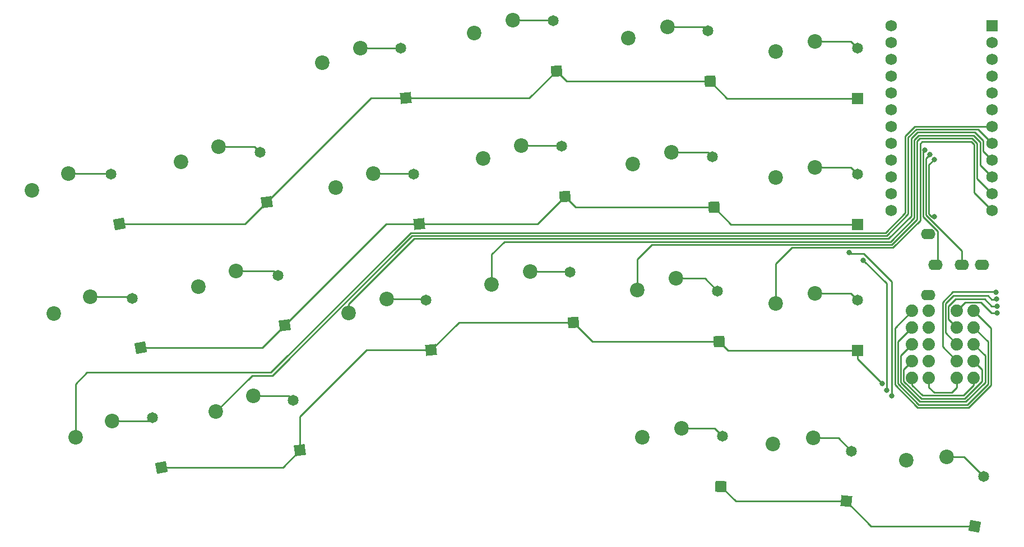
<source format=gtl>
%TF.GenerationSoftware,KiCad,Pcbnew,(6.0.0-0)*%
%TF.CreationDate,2022-01-05T19:55:06+07:00*%
%TF.ProjectId,kibod-01,6b69626f-642d-4303-912e-6b696361645f,rev?*%
%TF.SameCoordinates,Original*%
%TF.FileFunction,Copper,L1,Top*%
%TF.FilePolarity,Positive*%
%FSLAX46Y46*%
G04 Gerber Fmt 4.6, Leading zero omitted, Abs format (unit mm)*
G04 Created by KiCad (PCBNEW (6.0.0-0)) date 2022-01-05 19:55:06*
%MOMM*%
%LPD*%
G01*
G04 APERTURE LIST*
G04 Aperture macros list*
%AMRotRect*
0 Rectangle, with rotation*
0 The origin of the aperture is its center*
0 $1 length*
0 $2 width*
0 $3 Rotation angle, in degrees counterclockwise*
0 Add horizontal line*
21,1,$1,$2,0,0,$3*%
G04 Aperture macros list end*
%TA.AperFunction,ComponentPad*%
%ADD10RotRect,1.651000X1.651000X10.000000*%
%TD*%
%TA.AperFunction,ComponentPad*%
%ADD11C,1.651000*%
%TD*%
%TA.AperFunction,ComponentPad*%
%ADD12RotRect,1.651000X1.651000X8.000000*%
%TD*%
%TA.AperFunction,ComponentPad*%
%ADD13RotRect,1.651000X1.651000X6.000000*%
%TD*%
%TA.AperFunction,ComponentPad*%
%ADD14RotRect,1.651000X1.651000X4.000000*%
%TD*%
%TA.AperFunction,ComponentPad*%
%ADD15RotRect,1.651000X1.651000X2.000000*%
%TD*%
%TA.AperFunction,ComponentPad*%
%ADD16R,1.651000X1.651000*%
%TD*%
%TA.AperFunction,ComponentPad*%
%ADD17RotRect,1.651000X1.651000X358.000000*%
%TD*%
%TA.AperFunction,ComponentPad*%
%ADD18RotRect,1.651000X1.651000X354.000000*%
%TD*%
%TA.AperFunction,ComponentPad*%
%ADD19RotRect,1.651000X1.651000X350.000000*%
%TD*%
%TA.AperFunction,ComponentPad*%
%ADD20C,2.200000*%
%TD*%
%TA.AperFunction,ComponentPad*%
%ADD21C,1.879600*%
%TD*%
%TA.AperFunction,ComponentPad*%
%ADD22O,2.200000X1.600000*%
%TD*%
%TA.AperFunction,ComponentPad*%
%ADD23R,1.752600X1.752600*%
%TD*%
%TA.AperFunction,ComponentPad*%
%ADD24C,1.752600*%
%TD*%
%TA.AperFunction,ViaPad*%
%ADD25C,0.800000*%
%TD*%
%TA.AperFunction,Conductor*%
%ADD26C,0.250000*%
%TD*%
G04 APERTURE END LIST*
D10*
%TO.P,D-0-0,1*%
%TO.N,RL0*%
X34291111Y-52388457D03*
D11*
%TO.P,D-0-0,2*%
%TO.N,Net-(D-0-0-Pad2)*%
X32967911Y-44884221D03*
%TD*%
D12*
%TO.P,D-0-1,1*%
%TO.N,RL0*%
X56559761Y-49061067D03*
D11*
%TO.P,D-0-1,2*%
%TO.N,Net-(D-0-1-Pad2)*%
X55499261Y-41515225D03*
%TD*%
D13*
%TO.P,D-0-2,1*%
%TO.N,RL0*%
X77557764Y-33375467D03*
D11*
%TO.P,D-0-2,2*%
%TO.N,Net-(D-0-2-Pad2)*%
X76761258Y-25797211D03*
%TD*%
D14*
%TO.P,D-0-3,1*%
%TO.N,RL0*%
X100285283Y-29251659D03*
D11*
%TO.P,D-0-3,2*%
%TO.N,Net-(D-0-3-Pad2)*%
X99753739Y-21650221D03*
%TD*%
D15*
%TO.P,D-0-4,1*%
%TO.N,RL0*%
X123462478Y-30800167D03*
D11*
%TO.P,D-0-4,2*%
%TO.N,Net-(D-0-4-Pad2)*%
X123196544Y-23184809D03*
%TD*%
D16*
%TO.P,D-0-5,1*%
%TO.N,RL0*%
X145739511Y-33396339D03*
D11*
%TO.P,D-0-5,2*%
%TO.N,Net-(D-0-5-Pad2)*%
X145739511Y-25776339D03*
%TD*%
D10*
%TO.P,D-1-0,1*%
%TO.N,RL1*%
X37491111Y-71136787D03*
D11*
%TO.P,D-1-0,2*%
%TO.N,Net-(D-1-0-Pad2)*%
X36167911Y-63632551D03*
%TD*%
D12*
%TO.P,D-1-1,1*%
%TO.N,RL1*%
X59259761Y-67748925D03*
D11*
%TO.P,D-1-1,2*%
%TO.N,Net-(D-1-1-Pad2)*%
X58199261Y-60203083D03*
%TD*%
D13*
%TO.P,D-1-2,1*%
%TO.N,RL1*%
X79527764Y-52425467D03*
D11*
%TO.P,D-1-2,2*%
%TO.N,Net-(D-1-2-Pad2)*%
X78731258Y-44847211D03*
%TD*%
D14*
%TO.P,D-1-3,1*%
%TO.N,RL1*%
X101555283Y-48255254D03*
D11*
%TO.P,D-1-3,2*%
%TO.N,Net-(D-1-3-Pad2)*%
X101023739Y-40653816D03*
%TD*%
D15*
%TO.P,D-1-4,1*%
%TO.N,RL1*%
X124062478Y-49838563D03*
D11*
%TO.P,D-1-4,2*%
%TO.N,Net-(D-1-4-Pad2)*%
X123796544Y-42223205D03*
%TD*%
D16*
%TO.P,D-1-5,1*%
%TO.N,RL1*%
X145739511Y-52446339D03*
D11*
%TO.P,D-1-5,2*%
%TO.N,Net-(D-1-5-Pad2)*%
X145739511Y-44826339D03*
%TD*%
D10*
%TO.P,D-2-0,1*%
%TO.N,RL2*%
X40591111Y-89218457D03*
D11*
%TO.P,D-2-0,2*%
%TO.N,Net-(D-2-0-Pad2)*%
X39267911Y-81714221D03*
%TD*%
D12*
%TO.P,D-2-1,1*%
%TO.N,RL2*%
X61559761Y-86613532D03*
D11*
%TO.P,D-2-1,2*%
%TO.N,Net-(D-2-1-Pad2)*%
X60499261Y-79067690D03*
%TD*%
D13*
%TO.P,D-2-2,1*%
%TO.N,RL2*%
X81367764Y-71475467D03*
D11*
%TO.P,D-2-2,2*%
%TO.N,Net-(D-2-2-Pad2)*%
X80571258Y-63897211D03*
%TD*%
D14*
%TO.P,D-2-3,1*%
%TO.N,RL2*%
X102825283Y-67258849D03*
D11*
%TO.P,D-2-3,2*%
%TO.N,Net-(D-2-3-Pad2)*%
X102293739Y-59657411D03*
%TD*%
D15*
%TO.P,D-2-4,1*%
%TO.N,RL2*%
X124862478Y-70146184D03*
D11*
%TO.P,D-2-4,2*%
%TO.N,Net-(D-2-4-Pad2)*%
X124596544Y-62530826D03*
%TD*%
D16*
%TO.P,D-2-5,1*%
%TO.N,RL2*%
X145739511Y-71496339D03*
D11*
%TO.P,D-2-5,2*%
%TO.N,Net-(D-2-5-Pad2)*%
X145739511Y-63876339D03*
%TD*%
D17*
%TO.P,D-3-3,1*%
%TO.N,RL3*%
X125096544Y-92079952D03*
D11*
%TO.P,D-3-3,2*%
%TO.N,Net-(D-3-3-Pad2)*%
X125362478Y-84464594D03*
%TD*%
D18*
%TO.P,D-3-4,1*%
%TO.N,RL3*%
X144031258Y-94335467D03*
D11*
%TO.P,D-3-4,2*%
%TO.N,Net-(D-3-4-Pad2)*%
X144827764Y-86757211D03*
%TD*%
D19*
%TO.P,D-3-5,1*%
%TO.N,RL3*%
X163467911Y-98108457D03*
D11*
%TO.P,D-3-5,2*%
%TO.N,Net-(D-3-5-Pad2)*%
X164791111Y-90604221D03*
%TD*%
D20*
%TO.P,K-0-0,2*%
%TO.N,Net-(D-0-0-Pad2)*%
X26580745Y-44751516D03*
%TO.P,K-0-0,1*%
%TO.N,CL0*%
X21009704Y-47277290D03*
%TD*%
%TO.P,K-0-1,2*%
%TO.N,Net-(D-0-1-Pad2)*%
X49203280Y-40683410D03*
%TO.P,K-0-1,1*%
%TO.N,CL1*%
X43547485Y-43013218D03*
%TD*%
%TO.P,K-0-2,2*%
%TO.N,Net-(D-0-2-Pad2)*%
X70640535Y-25837542D03*
%TO.P,K-0-2,1*%
%TO.N,CL2*%
X64906876Y-27968547D03*
%TD*%
%TO.P,K-0-3,2*%
%TO.N,Net-(D-0-3-Pad2)*%
X93654237Y-21563673D03*
%TO.P,K-0-3,1*%
%TO.N,CL3*%
X87849700Y-23493277D03*
%TD*%
%TO.P,K-0-4,2*%
%TO.N,Net-(D-0-4-Pad2)*%
X117024337Y-22558607D03*
%TO.P,K-0-4,1*%
%TO.N,CL4*%
X111155994Y-24284461D03*
%TD*%
%TO.P,K-0-5,2*%
%TO.N,Net-(D-0-5-Pad2)*%
X139369511Y-24796339D03*
%TO.P,K-0-5,1*%
%TO.N,CL5*%
X133444511Y-26316339D03*
%TD*%
%TO.P,K-1-0,2*%
%TO.N,Net-(D-1-0-Pad2)*%
X29888742Y-63400747D03*
%TO.P,K-1-0,1*%
%TO.N,CL0*%
X24317701Y-65926521D03*
%TD*%
%TO.P,K-1-1,2*%
%TO.N,Net-(D-1-1-Pad2)*%
X51854525Y-59548016D03*
%TO.P,K-1-1,1*%
%TO.N,CL1*%
X46198730Y-61877824D03*
%TD*%
%TO.P,K-1-2,2*%
%TO.N,Net-(D-1-2-Pad2)*%
X72631800Y-44783185D03*
%TO.P,K-1-2,1*%
%TO.N,CL2*%
X66898141Y-46914190D03*
%TD*%
%TO.P,K-1-3,2*%
%TO.N,Net-(D-1-3-Pad2)*%
X94983097Y-40567267D03*
%TO.P,K-1-3,1*%
%TO.N,CL3*%
X89178560Y-42496871D03*
%TD*%
%TO.P,K-1-4,2*%
%TO.N,Net-(D-1-4-Pad2)*%
X117689172Y-41597002D03*
%TO.P,K-1-4,1*%
%TO.N,CL4*%
X111820829Y-43322856D03*
%TD*%
%TO.P,K-1-5,2*%
%TO.N,Net-(D-1-5-Pad2)*%
X139369511Y-43846339D03*
%TO.P,K-1-5,1*%
%TO.N,CL5*%
X133444511Y-45366339D03*
%TD*%
%TO.P,K-2-0,2*%
%TO.N,Net-(D-2-0-Pad2)*%
X33196740Y-82161335D03*
%TO.P,K-2-0,1*%
%TO.N,CL0*%
X27625699Y-84687109D03*
%TD*%
%TO.P,K-2-1,2*%
%TO.N,Net-(D-2-1-Pad2)*%
X54505775Y-78412623D03*
%TO.P,K-2-1,1*%
%TO.N,CL1*%
X48849980Y-80742431D03*
%TD*%
%TO.P,K-2-2,2*%
%TO.N,Net-(D-2-2-Pad2)*%
X74623068Y-63728825D03*
%TO.P,K-2-2,1*%
%TO.N,CL2*%
X68889409Y-65859830D03*
%TD*%
%TO.P,K-2-3,2*%
%TO.N,Net-(D-2-3-Pad2)*%
X96311958Y-59570863D03*
%TO.P,K-2-3,1*%
%TO.N,CL3*%
X90507421Y-61500467D03*
%TD*%
%TO.P,K-2-4,2*%
%TO.N,Net-(D-2-4-Pad2)*%
X118354007Y-60635397D03*
%TO.P,K-2-4,1*%
%TO.N,CL4*%
X112485664Y-62361251D03*
%TD*%
%TO.P,K-2-5,2*%
%TO.N,Net-(D-2-5-Pad2)*%
X139369511Y-62896339D03*
%TO.P,K-2-5,1*%
%TO.N,CL5*%
X133444511Y-64416339D03*
%TD*%
%TO.P,K-3-3,2*%
%TO.N,Net-(D-3-3-Pad2)*%
X119215917Y-83307204D03*
%TO.P,K-3-3,1*%
%TO.N,CL3*%
X113241480Y-84619498D03*
%TD*%
%TO.P,K-3-4,2*%
%TO.N,Net-(D-3-4-Pad2)*%
X139063681Y-84775991D03*
%TO.P,K-3-4,1*%
%TO.N,CL4*%
X133012255Y-85668333D03*
%TD*%
%TO.P,K-3-5,2*%
%TO.N,Net-(D-3-5-Pad2)*%
X159213001Y-87624106D03*
%TO.P,K-3-5,1*%
%TO.N,CL5*%
X153114070Y-88092149D03*
%TD*%
D21*
%TO.P,J1,1,Pin_1*%
%TO.N,CL5*%
X154019911Y-65488570D03*
%TO.P,J1,2,Pin_2*%
%TO.N,RC3*%
X156559911Y-65488570D03*
%TO.P,J1,3,Pin_3*%
%TO.N,CL4*%
X154019911Y-68028570D03*
%TO.P,J1,4,Pin_4*%
%TO.N,RC2*%
X156559911Y-68028570D03*
%TO.P,J1,5,Pin_5*%
%TO.N,CL3*%
X154019911Y-70568570D03*
%TO.P,J1,6,Pin_6*%
%TO.N,RC1*%
X156559911Y-70568570D03*
%TO.P,J1,7,Pin_7*%
%TO.N,CL2*%
X154019911Y-73108570D03*
%TO.P,J1,8,Pin_8*%
%TO.N,RC0*%
X156559911Y-73108570D03*
%TO.P,J1,9,Pin_9*%
%TO.N,CL1*%
X154019911Y-75648570D03*
%TO.P,J1,10,Pin_10*%
%TO.N,CL0*%
X156559911Y-75648570D03*
%TD*%
D22*
%TO.P,U2,4,RING2*%
%TO.N,unconnected-(U2-Pad4)*%
X164525111Y-58542339D03*
%TO.P,U2,3,RING1*%
%TO.N,GND*%
X161525111Y-58542339D03*
%TO.P,U2,2,TIP*%
%TO.N,VCC*%
X157525111Y-58542339D03*
%TO.P,U2,1,SLEEVE*%
%TO.N,SDA*%
X156425111Y-63142339D03*
X156425111Y-53942339D03*
%TD*%
D23*
%TO.P,U1,1,TX*%
%TO.N,unconnected-(U1-Pad1)*%
X166059511Y-22386339D03*
D24*
%TO.P,U1,2,RX*%
%TO.N,unconnected-(U1-Pad2)*%
X166059511Y-24926339D03*
%TO.P,U1,3,GND*%
%TO.N,GND*%
X166059511Y-27466339D03*
%TO.P,U1,4,GND*%
X166059511Y-30006339D03*
%TO.P,U1,5,SDA*%
%TO.N,SDA*%
X166059511Y-32546339D03*
%TO.P,U1,6,SCL*%
%TO.N,unconnected-(U1-Pad6)*%
X166059511Y-35086339D03*
%TO.P,U1,7,D4*%
%TO.N,CL0*%
X166059511Y-37626339D03*
%TO.P,U1,8,C6*%
%TO.N,CL1*%
X166059511Y-40166339D03*
%TO.P,U1,9,D7*%
%TO.N,CL2*%
X166059511Y-42706339D03*
%TO.P,U1,10,E6*%
%TO.N,CL3*%
X166059511Y-45246339D03*
%TO.P,U1,11,B4*%
%TO.N,CL4*%
X166059511Y-47786339D03*
%TO.P,U1,12,B5*%
%TO.N,CL5*%
X166059511Y-50326339D03*
%TO.P,U1,13,B6*%
%TO.N,RC3*%
X150819511Y-50326339D03*
%TO.P,U1,14,B2*%
%TO.N,RC2*%
X150819511Y-47786339D03*
%TO.P,U1,15,B3*%
%TO.N,RC1*%
X150819511Y-45246339D03*
%TO.P,U1,16,B1*%
%TO.N,RC0*%
X150819511Y-42706339D03*
%TO.P,U1,17,F7*%
%TO.N,RL3*%
X150819511Y-40166339D03*
%TO.P,U1,18,F6*%
%TO.N,RL2*%
X150819511Y-37626339D03*
%TO.P,U1,19,F5*%
%TO.N,RL1*%
X150819511Y-35086339D03*
%TO.P,U1,20,F4*%
%TO.N,RL0*%
X150819511Y-32546339D03*
%TO.P,U1,21,VCC*%
%TO.N,VCC*%
X150819511Y-30006339D03*
%TO.P,U1,22,RST*%
%TO.N,unconnected-(U1-Pad22)*%
X150819511Y-27466339D03*
%TO.P,U1,23,GND*%
%TO.N,GND*%
X150819511Y-24926339D03*
%TO.P,U1,24,RAW*%
%TO.N,unconnected-(U1-Pad24)*%
X150819511Y-22386339D03*
%TD*%
D21*
%TO.P,J2,1,Pin_1*%
%TO.N,CL5*%
X163316311Y-65488570D03*
%TO.P,J2,2,Pin_2*%
%TO.N,RL3*%
X160776311Y-65488570D03*
%TO.P,J2,3,Pin_3*%
%TO.N,CL4*%
X163316311Y-68028570D03*
%TO.P,J2,4,Pin_4*%
%TO.N,RL2*%
X160776311Y-68028570D03*
%TO.P,J2,5,Pin_5*%
%TO.N,CL3*%
X163316311Y-70568570D03*
%TO.P,J2,6,Pin_6*%
%TO.N,RL1*%
X160776311Y-70568570D03*
%TO.P,J2,7,Pin_7*%
%TO.N,CL2*%
X163316311Y-73108570D03*
%TO.P,J2,8,Pin_8*%
%TO.N,RL0*%
X160776311Y-73108570D03*
%TO.P,J2,9,Pin_9*%
%TO.N,CL1*%
X163316311Y-75648570D03*
%TO.P,J2,10,Pin_10*%
%TO.N,CL0*%
X160776311Y-75648570D03*
%TD*%
D25*
%TO.N,RL0*%
X166719911Y-62758739D03*
X150900324Y-78405139D03*
X144469511Y-56713539D03*
%TO.N,GND*%
X156645967Y-41937393D03*
%TO.N,SDA*%
X157365174Y-51283091D03*
X157352722Y-42644148D03*
%TO.N,VCC*%
X155939212Y-41230638D03*
%TO.N,RL1*%
X150175824Y-77541539D03*
X166770711Y-63774739D03*
X146653911Y-57881939D03*
%TO.N,RL2*%
X149451324Y-76522126D03*
X166821511Y-64841539D03*
%TO.N,RL3*%
X166872311Y-65857539D03*
%TD*%
D26*
%TO.N,Net-(D-1-0-Pad2)*%
X29888742Y-63400747D02*
X35936107Y-63400747D01*
%TO.N,Net-(D-1-1-Pad2)*%
X51854525Y-59548016D02*
X57544194Y-59548016D01*
X57544194Y-59548016D02*
X58199261Y-60203083D01*
%TO.N,Net-(D-1-2-Pad2)*%
X72631800Y-44783185D02*
X78667232Y-44783185D01*
%TO.N,Net-(D-1-3-Pad2)*%
X94983097Y-40567267D02*
X100937190Y-40567267D01*
%TO.N,Net-(D-1-4-Pad2)*%
X117689172Y-41597002D02*
X123170341Y-41597002D01*
X123170341Y-41597002D02*
X123796544Y-42223205D01*
%TO.N,Net-(D-1-5-Pad2)*%
X139369511Y-43846339D02*
X144759511Y-43846339D01*
X144759511Y-43846339D02*
X145739511Y-44826339D01*
%TO.N,Net-(D-2-0-Pad2)*%
X33196740Y-82161335D02*
X38820797Y-82161335D01*
%TO.N,Net-(D-2-1-Pad2)*%
X59844194Y-78412623D02*
X60499261Y-79067690D01*
X54505775Y-78412623D02*
X59844194Y-78412623D01*
%TO.N,Net-(D-2-2-Pad2)*%
X74623068Y-63728825D02*
X80402872Y-63728825D01*
%TO.N,Net-(D-2-3-Pad2)*%
X96311958Y-59570863D02*
X102207191Y-59570863D01*
%TO.N,Net-(D-2-4-Pad2)*%
X122701115Y-60635397D02*
X124596544Y-62530826D01*
X118354007Y-60635397D02*
X122701115Y-60635397D01*
%TO.N,Net-(D-2-5-Pad2)*%
X139369511Y-62896339D02*
X144759511Y-62896339D01*
X144759511Y-62896339D02*
X145739511Y-63876339D01*
%TO.N,Net-(D-3-3-Pad2)*%
X119215917Y-83307204D02*
X124205088Y-83307204D01*
X124205088Y-83307204D02*
X125362478Y-84464594D01*
%TO.N,Net-(D-3-4-Pad2)*%
X142846544Y-84775991D02*
X144827764Y-86757211D01*
X139063681Y-84775991D02*
X142846544Y-84775991D01*
%TO.N,Net-(D-3-5-Pad2)*%
X159213001Y-87624106D02*
X161810996Y-87624106D01*
X161810996Y-87624106D02*
X164791111Y-90604221D01*
%TO.N,RL0*%
X53232371Y-52388457D02*
X56559761Y-49061067D01*
X146713325Y-56916739D02*
X144672711Y-56916739D01*
X136646311Y-33396339D02*
X135630311Y-33396339D01*
X158612960Y-70945219D02*
X160776311Y-73108570D01*
X126058650Y-33396339D02*
X123462478Y-30800167D01*
X135630311Y-33396339D02*
X142386711Y-33396339D01*
X166618311Y-62657139D02*
X166719911Y-62758739D01*
X145739511Y-33396339D02*
X142386711Y-33396339D01*
X150900324Y-78405139D02*
X150900324Y-61103738D01*
X101833791Y-30800167D02*
X123462478Y-30800167D01*
X77557764Y-33375467D02*
X96161475Y-33375467D01*
X160191393Y-62657139D02*
X158612960Y-64235572D01*
X72245361Y-33375467D02*
X56559761Y-49061067D01*
X96161475Y-33375467D02*
X100285283Y-29251659D01*
X77557764Y-33375467D02*
X72245361Y-33375467D01*
X158612960Y-64235572D02*
X158612960Y-70945219D01*
X34291111Y-52388457D02*
X53232371Y-52388457D01*
X100285283Y-29251659D02*
X101833791Y-30800167D01*
X150900324Y-61103738D02*
X146713325Y-56916739D01*
X142386711Y-33396339D02*
X136646311Y-33396339D01*
X160191393Y-62657139D02*
X166618311Y-62657139D01*
X135630311Y-33396339D02*
X126058650Y-33396339D01*
X144672711Y-56916739D02*
X144469511Y-56713539D01*
%TO.N,GND*%
X156107431Y-42475929D02*
X156645967Y-41937393D01*
X156107431Y-51079459D02*
X156107431Y-42475929D01*
X161525111Y-56497139D02*
X156107431Y-51079459D01*
X161525111Y-58542339D02*
X161525111Y-56497139D01*
%TO.N,SDA*%
X156556951Y-50893261D02*
X156556951Y-43439919D01*
X156556951Y-43439919D02*
X157352722Y-42644148D01*
X156946781Y-51283091D02*
X156556951Y-50893261D01*
X157365174Y-51283091D02*
X156946781Y-51283091D01*
%TO.N,VCC*%
X155657911Y-51284828D02*
X157849631Y-53476548D01*
X155657911Y-41511939D02*
X155939212Y-41230638D01*
X155657911Y-51284828D02*
X155657911Y-41511939D01*
X157849631Y-58217819D02*
X157849631Y-53476548D01*
%TO.N,RL1*%
X103138592Y-49838563D02*
X124062478Y-49838563D01*
X160776311Y-70568570D02*
X159062480Y-68854739D01*
X150175824Y-61403852D02*
X146653911Y-57881939D01*
X37491111Y-71136787D02*
X55871899Y-71136787D01*
X160217511Y-63266739D02*
X165471390Y-63266739D01*
X79527764Y-52425467D02*
X97385070Y-52425467D01*
X124062478Y-49838563D02*
X126670254Y-52446339D01*
X166740776Y-63804674D02*
X166770711Y-63774739D01*
X166009325Y-63804674D02*
X166740776Y-63804674D01*
X59259761Y-67748925D02*
X74583219Y-52425467D01*
X126670254Y-52446339D02*
X145739511Y-52446339D01*
X97385070Y-52425467D02*
X101555283Y-48255254D01*
X159062480Y-68854739D02*
X159062480Y-64421770D01*
X55871899Y-71136787D02*
X59259761Y-67748925D01*
X101555283Y-48255254D02*
X103138592Y-49838563D01*
X159062480Y-64421770D02*
X160217511Y-63266739D01*
X74583219Y-52425467D02*
X79527764Y-52425467D01*
X165471390Y-63266739D02*
X166009325Y-63804674D01*
X150175824Y-77541539D02*
X150175824Y-61403852D01*
%TO.N,RL2*%
X159512000Y-66764259D02*
X159512000Y-64807741D01*
X159512000Y-64807741D02*
X160545002Y-63774739D01*
X166804568Y-64858482D02*
X166821511Y-64841539D01*
X40591111Y-89218457D02*
X58954836Y-89218457D01*
X61559761Y-86613532D02*
X61559761Y-81521101D01*
X164954791Y-63774739D02*
X166038534Y-64858482D01*
X71605395Y-71475467D02*
X81367764Y-71475467D01*
X145739511Y-72810313D02*
X145739511Y-71496339D01*
X160545002Y-63774739D02*
X164954791Y-63774739D01*
X61559761Y-81521101D02*
X71605395Y-71475467D01*
X105712618Y-70146184D02*
X102825283Y-67258849D01*
X145739511Y-71496339D02*
X126212633Y-71496339D01*
X102825283Y-67258849D02*
X85584382Y-67258849D01*
X160776311Y-68028570D02*
X159512000Y-66764259D01*
X166038534Y-64858482D02*
X166804568Y-64858482D01*
X58954836Y-89218457D02*
X61559761Y-86613532D01*
X149451324Y-76522126D02*
X145739511Y-72810313D01*
X124862478Y-70146184D02*
X105712618Y-70146184D01*
X126212633Y-71496339D02*
X124862478Y-70146184D01*
X85584382Y-67258849D02*
X81367764Y-71475467D01*
%TO.N,RL3*%
X163467911Y-98108457D02*
X147804248Y-98108457D01*
X162040622Y-64224259D02*
X164375431Y-64224259D01*
X147804248Y-98108457D02*
X144031258Y-94335467D01*
X164375431Y-64224259D02*
X166008711Y-65857539D01*
X144031258Y-94335467D02*
X127352059Y-94335467D01*
X160776311Y-65488570D02*
X162040622Y-64224259D01*
X127352059Y-94335467D02*
X125096544Y-92079952D01*
X166008711Y-65857539D02*
X166872311Y-65857539D01*
%TO.N,CL0*%
X149969511Y-53716339D02*
X152953111Y-50732739D01*
X152953111Y-50732739D02*
X152953111Y-39113139D01*
X29356240Y-74849610D02*
X57140779Y-74849610D01*
X78287487Y-53716340D02*
X149969511Y-53716339D01*
X154439911Y-37626339D02*
X166059511Y-37626339D01*
X157329591Y-77891450D02*
X160006631Y-77891450D01*
X57147498Y-74856329D02*
X78287487Y-53716340D01*
X27625699Y-76580151D02*
X29356240Y-74849610D01*
X27625699Y-84687109D02*
X27625699Y-76580151D01*
X156559911Y-75648570D02*
X156559911Y-77121770D01*
X156559911Y-77121770D02*
X157329591Y-77891450D01*
X160776311Y-77121770D02*
X160776311Y-75648570D01*
X57140779Y-74849610D02*
X57147498Y-74856329D01*
X152953111Y-39113139D02*
X154439911Y-37626339D01*
X160006631Y-77891450D02*
X160776311Y-77121770D01*
%TO.N,CL1*%
X163969031Y-38075859D02*
X166059511Y-40166339D01*
X153410311Y-50911949D02*
X153410311Y-39291657D01*
X155560022Y-78340970D02*
X161776200Y-78340970D01*
X54292792Y-75299620D02*
X56832792Y-75299620D01*
X57333898Y-75306339D02*
X78473888Y-54166349D01*
X56839511Y-75306339D02*
X57333898Y-75306339D01*
X78473888Y-54166349D02*
X150155911Y-54166349D01*
X154019911Y-75648570D02*
X154019911Y-76800858D01*
X154626109Y-38075859D02*
X163969031Y-38075859D01*
X161776200Y-78340970D02*
X163316311Y-76800859D01*
X163316311Y-76800859D02*
X163316311Y-75648570D01*
X48849980Y-80742431D02*
X54292792Y-75299620D01*
X153410311Y-39291657D02*
X154626109Y-38075859D01*
X150155911Y-54166349D02*
X153410311Y-50911949D01*
X154019911Y-76800858D02*
X155560022Y-78340970D01*
X56832792Y-75299620D02*
X56839511Y-75306339D01*
%TO.N,CL2*%
X153859831Y-51206059D02*
X153859831Y-39477855D01*
X164580622Y-74372881D02*
X164580622Y-76172266D01*
X68889409Y-65859830D02*
X68889409Y-64526441D01*
X154812307Y-38525379D02*
X163468711Y-38525379D01*
X164738711Y-41385539D02*
X166059511Y-42706339D01*
X164738711Y-39795379D02*
X164738711Y-41385539D01*
X78799491Y-54616359D02*
X150449531Y-54616359D01*
X163316311Y-73108570D02*
X164580622Y-74372881D01*
X152749911Y-76166577D02*
X152749911Y-74378570D01*
X164580622Y-76172266D02*
X161954718Y-78798170D01*
X161954718Y-78798170D02*
X155381504Y-78798170D01*
X68889409Y-64526441D02*
X78799491Y-54616359D01*
X152749911Y-74378570D02*
X154019911Y-73108570D01*
X163468711Y-38525379D02*
X164738711Y-39795379D01*
X150449531Y-54616359D02*
X153859831Y-51206059D01*
X153859831Y-39477855D02*
X154812307Y-38525379D01*
X155381504Y-78798170D02*
X152749911Y-76166577D01*
%TO.N,CL3*%
X155202986Y-79255370D02*
X152300391Y-76352774D01*
X152300391Y-72288090D02*
X154019911Y-70568570D01*
X165030142Y-72282401D02*
X165030142Y-76358464D01*
X163256071Y-38974899D02*
X164289191Y-40008019D01*
X164289191Y-40008019D02*
X164289191Y-43476019D01*
X154309351Y-51496499D02*
X154309351Y-39664053D01*
X154998505Y-38974899D02*
X163256071Y-38974899D01*
X150739481Y-55066369D02*
X154309351Y-51496499D01*
X163316311Y-70568570D02*
X165030142Y-72282401D01*
X154309351Y-39664053D02*
X154998505Y-38974899D01*
X164289191Y-43476019D02*
X166059511Y-45246339D01*
X90507421Y-56958459D02*
X92399511Y-55066369D01*
X162133236Y-79255370D02*
X155202986Y-79255370D01*
X92399511Y-55066369D02*
X150739481Y-55066369D01*
X90507421Y-61500467D02*
X90507421Y-56958459D01*
X152300391Y-76352774D02*
X152300391Y-72288090D01*
X165030142Y-76358464D02*
X162133236Y-79255370D01*
%TO.N,CL4*%
X151850871Y-76538972D02*
X151850871Y-70197610D01*
X155016789Y-79704890D02*
X151850871Y-76538972D01*
X151850871Y-70197610D02*
X154019911Y-68028570D01*
X114729471Y-55516379D02*
X150925881Y-55516379D01*
X154758871Y-51683389D02*
X154758871Y-39850251D01*
X165479662Y-76584019D02*
X162358791Y-79704890D01*
X165479662Y-70191921D02*
X165479662Y-76584019D01*
X112485664Y-57760186D02*
X114729471Y-55516379D01*
X154758871Y-39850251D02*
X155184703Y-39424419D01*
X162358791Y-79704890D02*
X155016789Y-79704890D01*
X112485664Y-62361251D02*
X112485664Y-57760186D01*
X163839671Y-40194217D02*
X163839671Y-45566499D01*
X163069873Y-39424419D02*
X163839671Y-40194217D01*
X163839671Y-45566499D02*
X166059511Y-47786339D01*
X163316311Y-68028570D02*
X165479662Y-70191921D01*
X155184703Y-39424419D02*
X163069873Y-39424419D01*
X150925881Y-55516379D02*
X154758871Y-51683389D01*
%TO.N,CL5*%
X133444511Y-58391339D02*
X135869461Y-55966389D01*
X163390151Y-40380415D02*
X163390151Y-47656979D01*
X154830592Y-80154410D02*
X151401351Y-76725169D01*
X151401351Y-68107130D02*
X154019911Y-65488570D01*
X155503151Y-39959579D02*
X162969315Y-39959579D01*
X162544988Y-80154410D02*
X154830592Y-80154410D01*
X151401351Y-76725169D02*
X151401351Y-68107130D01*
X163316311Y-65488570D02*
X165929182Y-68101441D01*
X135869461Y-55966389D02*
X151112281Y-55966389D01*
X165929182Y-76770216D02*
X162544988Y-80154410D01*
X155208391Y-51870279D02*
X155208391Y-40254339D01*
X163390151Y-47656979D02*
X166059511Y-50326339D01*
X162969315Y-39959579D02*
X163390151Y-40380415D01*
X151112281Y-55966389D02*
X155208391Y-51870279D01*
X165929182Y-68101441D02*
X165929182Y-76770216D01*
X155208391Y-40254339D02*
X155503151Y-39959579D01*
X133444511Y-64416339D02*
X133444511Y-58391339D01*
%TO.N,Net-(D-0-0-Pad2)*%
X26580745Y-44751516D02*
X32835206Y-44751516D01*
%TO.N,Net-(D-0-1-Pad2)*%
X49203280Y-40683410D02*
X54667446Y-40683410D01*
X54667446Y-40683410D02*
X55499261Y-41515225D01*
%TO.N,Net-(D-0-2-Pad2)*%
X70640535Y-25837542D02*
X76720927Y-25837542D01*
%TO.N,Net-(D-0-3-Pad2)*%
X93654237Y-21563673D02*
X99667191Y-21563673D01*
%TO.N,Net-(D-0-4-Pad2)*%
X122570342Y-22558607D02*
X123196544Y-23184809D01*
X117024337Y-22558607D02*
X122570342Y-22558607D01*
%TO.N,Net-(D-0-5-Pad2)*%
X139369511Y-24796339D02*
X144759511Y-24796339D01*
X144759511Y-24796339D02*
X145739511Y-25776339D01*
%TD*%
M02*

</source>
